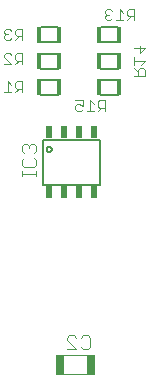
<source format=gbo>
G75*
%MOIN*%
%OFA0B0*%
%FSLAX25Y25*%
%IPPOS*%
%LPD*%
%AMOC8*
5,1,8,0,0,1.08239X$1,22.5*
%
%ADD10C,0.00400*%
%ADD11R,0.02953X0.06693*%
%ADD12C,0.00600*%
%ADD13R,0.01400X0.05600*%
%ADD14C,0.00300*%
%ADD15C,0.00800*%
%ADD16R,0.01929X0.04331*%
%ADD17C,0.00500*%
D10*
X0057563Y0108889D02*
X0065161Y0108889D01*
X0065161Y0115085D02*
X0057563Y0115085D01*
X0058489Y0117187D02*
X0061558Y0117187D01*
X0058489Y0120256D01*
X0058489Y0121024D01*
X0059256Y0121791D01*
X0060791Y0121791D01*
X0061558Y0121024D01*
X0063093Y0121024D02*
X0063860Y0121791D01*
X0065395Y0121791D01*
X0066162Y0121024D01*
X0066162Y0117954D01*
X0065395Y0117187D01*
X0063860Y0117187D01*
X0063093Y0117954D01*
X0048166Y0174910D02*
X0048166Y0176444D01*
X0048166Y0175677D02*
X0043562Y0175677D01*
X0043562Y0174910D02*
X0043562Y0176444D01*
X0044329Y0177979D02*
X0043562Y0178746D01*
X0043562Y0180281D01*
X0044329Y0181048D01*
X0044329Y0182583D02*
X0043562Y0183350D01*
X0043562Y0184885D01*
X0044329Y0185652D01*
X0045097Y0185652D01*
X0045864Y0184885D01*
X0045864Y0184118D01*
X0045864Y0184885D02*
X0046631Y0185652D01*
X0047399Y0185652D01*
X0048166Y0184885D01*
X0048166Y0183350D01*
X0047399Y0182583D01*
X0047399Y0181048D02*
X0048166Y0180281D01*
X0048166Y0178746D01*
X0047399Y0177979D01*
X0044329Y0177979D01*
D11*
X0056139Y0111991D03*
X0066585Y0111983D03*
D12*
X0069812Y0201987D02*
X0075412Y0201987D01*
X0075412Y0206987D02*
X0069812Y0206987D01*
X0069812Y0210737D02*
X0075412Y0210737D01*
X0075412Y0215737D02*
X0069812Y0215737D01*
X0069812Y0219487D02*
X0075412Y0219487D01*
X0075412Y0224487D02*
X0069812Y0224487D01*
X0055412Y0224487D02*
X0049812Y0224487D01*
X0049812Y0219487D02*
X0055412Y0219487D01*
X0055412Y0215737D02*
X0049812Y0215737D01*
X0049812Y0210737D02*
X0055412Y0210737D01*
X0055412Y0206987D02*
X0049812Y0206987D01*
X0049812Y0201987D02*
X0055412Y0201987D01*
D13*
X0056012Y0204487D03*
X0049212Y0204487D03*
X0049212Y0213237D03*
X0056012Y0213237D03*
X0056012Y0221987D03*
X0049212Y0221987D03*
X0069212Y0221987D03*
X0076012Y0221987D03*
X0076012Y0213237D03*
X0069212Y0213237D03*
X0069212Y0204487D03*
X0076012Y0204487D03*
D14*
X0071212Y0200215D02*
X0071212Y0196512D01*
X0071212Y0197746D02*
X0069360Y0197746D01*
X0068743Y0198364D01*
X0068743Y0199598D01*
X0069360Y0200215D01*
X0071212Y0200215D01*
X0069978Y0197746D02*
X0068743Y0196512D01*
X0067529Y0196512D02*
X0065060Y0196512D01*
X0066294Y0196512D02*
X0066294Y0200215D01*
X0067529Y0198981D01*
X0063846Y0198364D02*
X0062611Y0198981D01*
X0061994Y0198981D01*
X0061377Y0198364D01*
X0061377Y0197129D01*
X0061994Y0196512D01*
X0063229Y0196512D01*
X0063846Y0197129D01*
X0063846Y0198364D02*
X0063846Y0200215D01*
X0061377Y0200215D01*
X0071794Y0226887D02*
X0073028Y0226887D01*
X0073645Y0227504D01*
X0074860Y0226887D02*
X0077328Y0226887D01*
X0078543Y0226887D02*
X0079777Y0228121D01*
X0079160Y0228121D02*
X0081011Y0228121D01*
X0081011Y0226887D02*
X0081011Y0230590D01*
X0079160Y0230590D01*
X0078543Y0229973D01*
X0078543Y0228739D01*
X0079160Y0228121D01*
X0077328Y0229356D02*
X0076094Y0230590D01*
X0076094Y0226887D01*
X0073645Y0229973D02*
X0073028Y0230590D01*
X0071794Y0230590D01*
X0071176Y0229973D01*
X0071176Y0229356D01*
X0071794Y0228739D01*
X0071176Y0228121D01*
X0071176Y0227504D01*
X0071794Y0226887D01*
X0071794Y0228739D02*
X0072411Y0228739D01*
X0080887Y0217605D02*
X0084590Y0217605D01*
X0082739Y0215753D01*
X0082739Y0218222D01*
X0080887Y0214539D02*
X0080887Y0212070D01*
X0080887Y0210856D02*
X0082121Y0209621D01*
X0082121Y0210239D02*
X0082121Y0208387D01*
X0080887Y0208387D02*
X0084590Y0208387D01*
X0084590Y0210239D01*
X0083973Y0210856D01*
X0082739Y0210856D01*
X0082121Y0210239D01*
X0083356Y0212070D02*
X0084590Y0213305D01*
X0080887Y0213305D01*
X0043712Y0213371D02*
X0041860Y0213371D01*
X0041243Y0213989D01*
X0041243Y0215223D01*
X0041860Y0215840D01*
X0043712Y0215840D01*
X0043712Y0212137D01*
X0042478Y0213371D02*
X0041243Y0212137D01*
X0040029Y0212137D02*
X0037560Y0214606D01*
X0037560Y0215223D01*
X0038177Y0215840D01*
X0039412Y0215840D01*
X0040029Y0215223D01*
X0040029Y0212137D02*
X0037560Y0212137D01*
X0038794Y0206465D02*
X0038794Y0202762D01*
X0037560Y0202762D02*
X0040029Y0202762D01*
X0041243Y0202762D02*
X0042478Y0203996D01*
X0041860Y0203996D02*
X0043712Y0203996D01*
X0043712Y0202762D02*
X0043712Y0206465D01*
X0041860Y0206465D01*
X0041243Y0205848D01*
X0041243Y0204614D01*
X0041860Y0203996D01*
X0040029Y0205231D02*
X0038794Y0206465D01*
X0038177Y0220262D02*
X0039412Y0220262D01*
X0040029Y0220879D01*
X0041243Y0220262D02*
X0042478Y0221496D01*
X0041860Y0221496D02*
X0043712Y0221496D01*
X0043712Y0220262D02*
X0043712Y0223965D01*
X0041860Y0223965D01*
X0041243Y0223348D01*
X0041243Y0222114D01*
X0041860Y0221496D01*
X0040029Y0223348D02*
X0039412Y0223965D01*
X0038177Y0223965D01*
X0037560Y0223348D01*
X0037560Y0222731D01*
X0038177Y0222114D01*
X0037560Y0221496D01*
X0037560Y0220879D01*
X0038177Y0220262D01*
X0038177Y0222114D02*
X0038794Y0222114D01*
D15*
X0050663Y0186967D02*
X0050663Y0172007D01*
X0069561Y0172007D01*
X0069561Y0186967D01*
X0050663Y0186967D01*
D16*
X0052612Y0189526D03*
X0057612Y0189526D03*
X0062612Y0189526D03*
X0067612Y0189526D03*
X0067612Y0169448D03*
X0062612Y0169448D03*
X0057612Y0169448D03*
X0052612Y0169448D03*
D17*
X0051728Y0183862D02*
X0051730Y0183921D01*
X0051736Y0183980D01*
X0051746Y0184038D01*
X0051759Y0184096D01*
X0051777Y0184152D01*
X0051798Y0184207D01*
X0051823Y0184261D01*
X0051851Y0184313D01*
X0051883Y0184362D01*
X0051918Y0184410D01*
X0051956Y0184455D01*
X0051997Y0184497D01*
X0052041Y0184537D01*
X0052088Y0184574D01*
X0052136Y0184607D01*
X0052187Y0184637D01*
X0052240Y0184664D01*
X0052294Y0184687D01*
X0052350Y0184706D01*
X0052407Y0184722D01*
X0052465Y0184734D01*
X0052524Y0184742D01*
X0052582Y0184746D01*
X0052642Y0184746D01*
X0052700Y0184742D01*
X0052759Y0184734D01*
X0052817Y0184722D01*
X0052874Y0184706D01*
X0052930Y0184687D01*
X0052984Y0184664D01*
X0053037Y0184637D01*
X0053088Y0184607D01*
X0053136Y0184574D01*
X0053183Y0184537D01*
X0053227Y0184497D01*
X0053268Y0184455D01*
X0053306Y0184410D01*
X0053341Y0184362D01*
X0053373Y0184313D01*
X0053401Y0184261D01*
X0053426Y0184207D01*
X0053447Y0184152D01*
X0053465Y0184096D01*
X0053478Y0184038D01*
X0053488Y0183980D01*
X0053494Y0183921D01*
X0053496Y0183862D01*
X0053494Y0183803D01*
X0053488Y0183744D01*
X0053478Y0183686D01*
X0053465Y0183628D01*
X0053447Y0183572D01*
X0053426Y0183517D01*
X0053401Y0183463D01*
X0053373Y0183411D01*
X0053341Y0183362D01*
X0053306Y0183314D01*
X0053268Y0183269D01*
X0053227Y0183227D01*
X0053183Y0183187D01*
X0053136Y0183150D01*
X0053088Y0183117D01*
X0053037Y0183087D01*
X0052984Y0183060D01*
X0052930Y0183037D01*
X0052874Y0183018D01*
X0052817Y0183002D01*
X0052759Y0182990D01*
X0052700Y0182982D01*
X0052642Y0182978D01*
X0052582Y0182978D01*
X0052524Y0182982D01*
X0052465Y0182990D01*
X0052407Y0183002D01*
X0052350Y0183018D01*
X0052294Y0183037D01*
X0052240Y0183060D01*
X0052187Y0183087D01*
X0052136Y0183117D01*
X0052088Y0183150D01*
X0052041Y0183187D01*
X0051997Y0183227D01*
X0051956Y0183269D01*
X0051918Y0183314D01*
X0051883Y0183362D01*
X0051851Y0183411D01*
X0051823Y0183463D01*
X0051798Y0183517D01*
X0051777Y0183572D01*
X0051759Y0183628D01*
X0051746Y0183686D01*
X0051736Y0183744D01*
X0051730Y0183803D01*
X0051728Y0183862D01*
M02*

</source>
